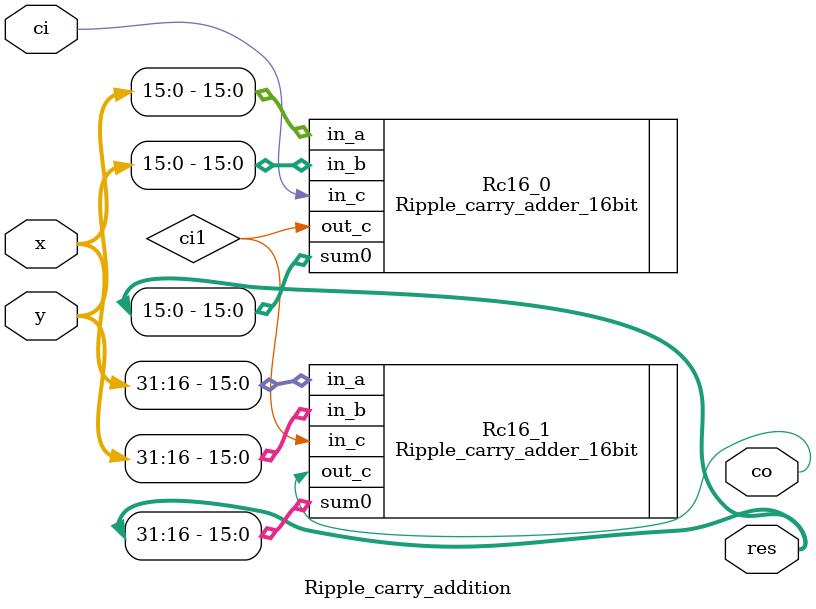
<source format=v>
module Ripple_carry_addition(x,y,ci,co,res);
    input [31:0]x;
    input [31:0]y;
    input ci;
    output co;
    output [31:0]res;
    wire ci1;

    Ripple_carry_adder_16bit Rc16_0(.in_a(x[15:0]),.in_b(y[15:0]),.in_c(ci),.out_c(ci1),.sum0(res[15:0]));
    Ripple_carry_adder_16bit Rc16_1(.in_a(x[31:16]),.in_b(y[31:16]),.in_c(ci1),.out_c(co),.sum0(res[31:16]));
endmodule
</source>
